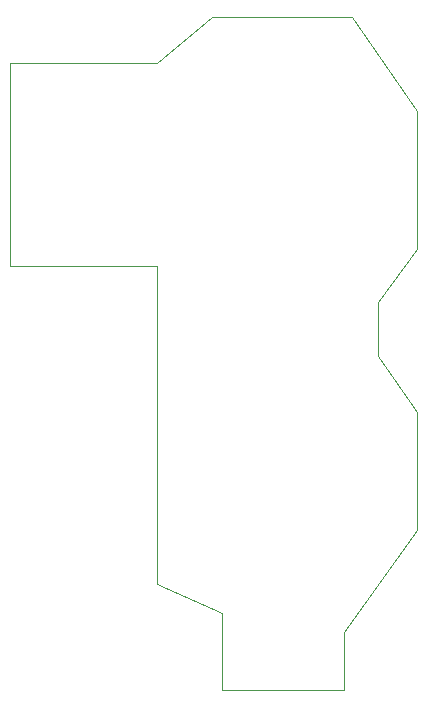
<source format=gbr>
G04 #@! TF.GenerationSoftware,KiCad,Pcbnew,(5.1.6)-1*
G04 #@! TF.CreationDate,2020-06-16T20:45:44-04:00*
G04 #@! TF.ProjectId,SRF Pendants,53524620-5065-46e6-9461-6e74732e6b69,rev?*
G04 #@! TF.SameCoordinates,Original*
G04 #@! TF.FileFunction,Profile,NP*
%FSLAX46Y46*%
G04 Gerber Fmt 4.6, Leading zero omitted, Abs format (unit mm)*
G04 Created by KiCad (PCBNEW (5.1.6)-1) date 2020-06-16 20:45:44*
%MOMM*%
%LPD*%
G01*
G04 APERTURE LIST*
G04 #@! TA.AperFunction,Profile*
%ADD10C,0.050000*%
G04 #@! TD*
G04 APERTURE END LIST*
D10*
X79000000Y-113600000D02*
X66600000Y-113600000D01*
X79000000Y-96400000D02*
X66600000Y-96400000D01*
X66600000Y-113600000D02*
X66600000Y-96400000D01*
X79000000Y-140500000D02*
X79000000Y-113600000D01*
X97700000Y-116700000D02*
X97700000Y-121200000D01*
X101000000Y-112200000D02*
X97700000Y-116700000D01*
X101000000Y-126000000D02*
X97700000Y-121200000D01*
X101000000Y-126000000D02*
X101000000Y-126500000D01*
X95500000Y-92500000D02*
X83700000Y-92500000D01*
X101000000Y-100500000D02*
X101000000Y-112200000D01*
X101000000Y-100500000D02*
X95500000Y-92500000D01*
X101000000Y-126500000D02*
X101000000Y-136000000D01*
X94800000Y-144600000D02*
X101000000Y-136000000D01*
X84500000Y-149500000D02*
X89500000Y-149500000D01*
X84500000Y-143000000D02*
X84500000Y-149500000D01*
X79000000Y-140500000D02*
X84500000Y-143000000D01*
X83700000Y-92500000D02*
X79000000Y-96400000D01*
X94800000Y-149500000D02*
X94800000Y-144600000D01*
X89500000Y-149500000D02*
X94800000Y-149500000D01*
M02*

</source>
